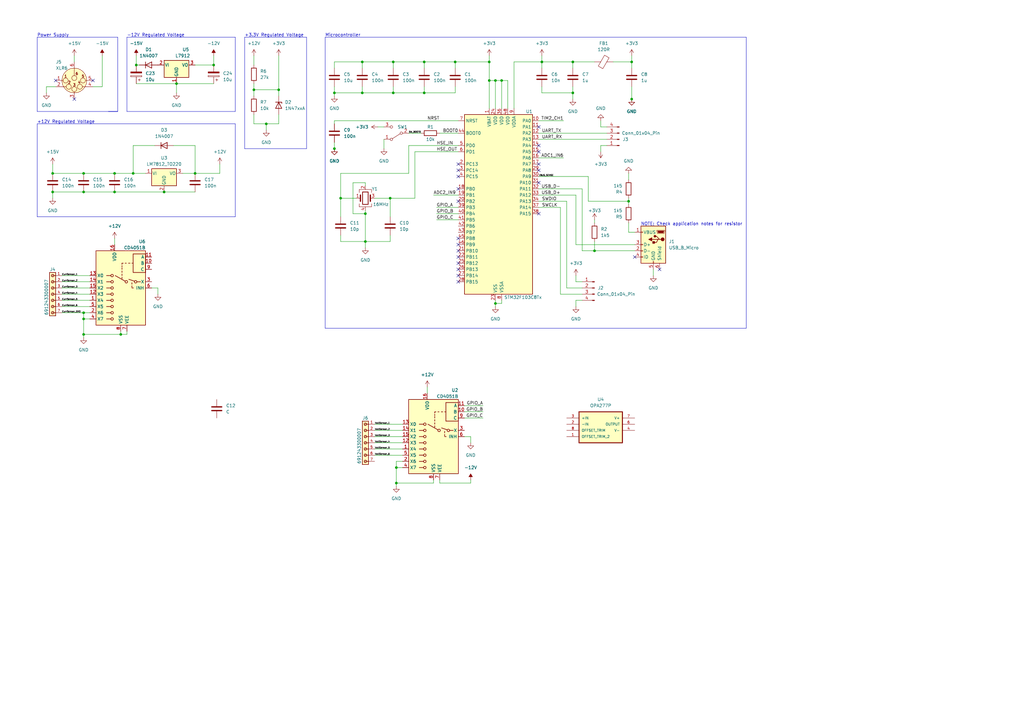
<source format=kicad_sch>
(kicad_sch (version 20230121) (generator eeschema)
  (paper "A3")
  (title_block (title "Senior Design") (date "2023-09-18") (company "Michael Mederos and Julio Barreto Tannoux"))
  (lib_symbols
    (symbol "691243300007:691243300007" (pin_names (offset 1.016))
      (property "Reference" "J" (at -9.96 -0.922 0))
      (property "Value" "691243300007" (at -9.91 -2.58 0))
      (symbol "691243300007_0_0"
        (pin passive line (at -7.62 -5.08 90) (length 2.54) (name "~") (number "1"))
        (pin passive line (at -5.08 -5.08 90) (length 2.54) (name "~") (number "2"))
        (pin passive line (at -2.54 -5.08 90) (length 2.54) (name "~") (number "3"))
        (pin passive line (at 0 -5.08 90) (length 2.54) (name "~") (number "4"))
        (pin passive line (at 2.54 -5.08 90) (length 2.54) (name "~") (number "5"))
        (pin passive line (at 5.08 -5.08 90) (length 2.54) (name "~") (number "6"))
        (pin passive line (at 7.62 -5.08 90) (length 2.54) (name "~") (number "7"))
      )
    )
    (symbol "Analog_Switch:CD4051B"
      (property "Reference" "U" (at -10.16 16.51 0))
      (property "Value" "CD4051B" (at 3.81 16.51 0))
      (symbol "CD4051B_1_1"
        (pin bidirectional line (at 12.7 -5.08 180) (length 2.54) (name "X4") (number "1"))
        (pin input line (at -12.7 10.16 0) (length 2.54) (name "B") (number "10"))
        (pin input line (at -12.7 12.7 0) (length 2.54) (name "A") (number "11"))
        (pin bidirectional line (at 12.7 -2.54 180) (length 2.54) (name "X3") (number "12"))
        (pin bidirectional line (at 12.7 5.08 180) (length 2.54) (name "X0") (number "13"))
        (pin bidirectional line (at 12.7 2.54 180) (length 2.54) (name "X1") (number "14"))
        (pin bidirectional line (at 12.7 0 180) (length 2.54) (name "X2") (number "15"))
        (pin power_in line (at 2.54 17.78 270) (length 2.54) (name "VDD") (number "16"))
        (pin bidirectional line (at 12.7 -10.16 180) (length 2.54) (name "X6") (number "2"))
        (pin bidirectional line (at -12.7 2.54 0) (length 2.54) (name "X") (number "3"))
        (pin bidirectional line (at 12.7 -12.7 180) (length 2.54) (name "X7") (number "4"))
        (pin bidirectional line (at 12.7 -7.62 180) (length 2.54) (name "X5") (number "5"))
        (pin input line (at -12.7 0 0) (length 2.54) (name "INH") (number "6"))
        (pin power_in line (at -2.54 -17.78 90) (length 2.54) (name "VEE") (number "7"))
        (pin power_in line (at 0 -17.78 90) (length 2.54) (name "VSS") (number "8"))
        (pin input line (at -12.7 7.62 0) (length 2.54) (name "C") (number "9"))
      )
    )
    (symbol "Connector:Conn_01x04_Pin" (pin_names (offset 1.016) hide)
      (property "Reference" "J" (at 0 5.08 0))
      (property "Value" "Conn_01x04_Pin" (at 0 -7.62 0))
      (symbol "Conn_01x04_Pin_1_1"
        (pin passive line (at 5.08 2.54 180) (length 3.81) (name "Pin_1") (number "1"))
        (pin passive line (at 5.08 0 180) (length 3.81) (name "Pin_2") (number "2"))
        (pin passive line (at 5.08 -2.54 180) (length 3.81) (name "Pin_3") (number "3"))
        (pin passive line (at 5.08 -5.08 180) (length 3.81) (name "Pin_4") (number "4"))
      )
    )
    (symbol "Connector:USB_B_Micro" (pin_names (offset 1.016))
      (property "Reference" "J" (at -5.08 11.43 0))
      (property "Value" "USB_B_Micro" (at -5.08 8.89 0))
      (symbol "USB_B_Micro_1_1"
        (pin power_out line (at 7.62 5.08 180) (length 2.54) (name "VBUS") (number "1"))
        (pin bidirectional line (at 7.62 -2.54 180) (length 2.54) (name "D-") (number "2"))
        (pin bidirectional line (at 7.62 0 180) (length 2.54) (name "D+") (number "3"))
        (pin passive line (at 7.62 -5.08 180) (length 2.54) (name "ID") (number "4"))
        (pin power_out line (at 0 -10.16 90) (length 2.54) (name "GND") (number "5"))
        (pin passive line (at -2.54 -10.16 90) (length 2.54) (name "Shield") (number "6"))
      )
    )
    (symbol "Connector_Audio:XLR6" (pin_names hide)
      (property "Reference" "J" (at 2.54 6.35 0))
      (property "Value" "XLR6" (at 5.08 -6.096 0))
      (symbol "XLR6_0_1"
        (text "1" (at -3.556 1.778 0) (effects (font (size 1.016 1.016) bold)))
        (text "2" (at -2.032 -0.762 0) (effects (font (size 1.016 1.016) bold)))
        (text "3" (at 0 -1.778 0) (effects (font (size 1.016 1.016) bold)))
        (text "4" (at 2.032 -0.762 0) (effects (font (size 1.016 1.016) bold)))
        (text "5" (at 3.556 1.778 0) (effects (font (size 1.016 1.016) bold)))
        (text "6" (at 1.016 2.794 0) (effects (font (size 1.016 1.016) bold)))
      )
      (symbol "XLR6_1_1"
        (pin passive line (at -7.62 0 0) (length 2.54) (name "P1") (number "1"))
        (pin passive line (at -7.62 -2.54 0) (length 2.54) (name "P2") (number "2"))
        (pin passive line (at 0 -7.62 90) (length 2.54) (name "P3") (number "3"))
        (pin passive line (at 7.62 -2.54 180) (length 2.54) (name "P3") (number "4"))
        (pin passive line (at 7.62 0 180) (length 2.54) (name "P5") (number "5"))
        (pin passive line (at 0 7.62 270) (length 2.54) (name "P6") (number "6"))
      )
    )
    (symbol "Device:C" (pin_numbers hide) (pin_names (offset 0.254))
      (property "Reference" "C" (at 0.635 2.54 0))
      (property "Value" "C" (at 0.635 -2.54 0))
      (symbol "C_1_1"
        (pin passive line (at 0 3.81 270) (length 2.794) (name "~") (number "1"))
        (pin passive line (at 0 -3.81 90) (length 2.794) (name "~") (number "2"))
      )
    )
    (symbol "Device:C_Polarized" (pin_numbers hide) (pin_names (offset 0.254))
      (property "Reference" "C" (at 0.635 2.54 0))
      (property "Value" "C_Polarized" (at 0.635 -2.54 0))
      (symbol "C_Polarized_1_1"
        (pin passive line (at 0 3.81 270) (length 2.794) (name "~") (number "1"))
        (pin passive line (at 0 -3.81 90) (length 2.794) (name "~") (number "2"))
      )
    )
    (symbol "Device:Crystal_GND24" (pin_names (offset 1.016) hide)
      (property "Reference" "Y" (at 3.175 5.08 0))
      (property "Value" "Crystal_GND24" (at 3.175 3.175 0))
      (symbol "Crystal_GND24_1_1"
        (pin passive line (at -3.81 0 0) (length 1.27) (name "1") (number "1"))
        (pin passive line (at 0 5.08 270) (length 1.27) (name "2") (number "2"))
        (pin passive line (at 3.81 0 180) (length 1.27) (name "3") (number "3"))
        (pin passive line (at 0 -5.08 90) (length 1.27) (name "4") (number "4"))
      )
    )
    (symbol "Device:FerriteBead" (pin_numbers hide) (pin_names (offset 0))
      (property "Reference" "FB" (at -3.81 0.635 90))
      (property "Value" "FerriteBead" (at 3.81 0 90))
      (symbol "FerriteBead_1_1"
        (pin passive line (at 0 3.81 270) (length 2.54) (name "~") (number "1"))
        (pin passive line (at 0 -3.81 90) (length 2.54) (name "~") (number "2"))
      )
    )
    (symbol "Device:R" (pin_numbers hide) (pin_names (offset 0))
      (property "Reference" "R" (at 2.032 0 90))
      (property "Value" "R" (at 0 0 90))
      (symbol "R_1_1"
        (pin passive line (at 0 3.81 270) (length 1.27) (name "~") (number "1"))
        (pin passive line (at 0 -3.81 90) (length 1.27) (name "~") (number "2"))
      )
    )
    (symbol "Diode:1N4007" (pin_numbers hide) (pin_names hide)
      (property "Reference" "D" (at 0 2.54 0))
      (property "Value" "1N4007" (at 0 -2.54 0))
      (symbol "1N4007_1_1"
        (pin passive line (at -3.81 0 0) (length 2.54) (name "K") (number "1"))
        (pin passive line (at 3.81 0 180) (length 2.54) (name "A") (number "2"))
      )
    )
    (symbol "Diode:1N47xxA" (pin_numbers hide) (pin_names hide)
      (property "Reference" "D" (at 0 2.54 0))
      (property "Value" "1N47xxA" (at 0 -2.54 0))
      (symbol "1N47xxA_1_1"
        (pin passive line (at -3.81 0 0) (length 2.54) (name "K") (number "1"))
        (pin passive line (at 3.81 0 180) (length 2.54) (name "A") (number "2"))
      )
    )
    (symbol "MCU_ST_STM32F1:STM32F103C8Tx"
      (property "Reference" "U" (at -12.7 39.37 0))
      (property "Value" "STM32F103C8Tx" (at 10.16 39.37 0))
      (symbol "STM32F103C8Tx_1_1"
        (pin power_in line (at -2.54 40.64 270) (length 2.54) (name "VBAT") (number "1"))
        (pin bidirectional line (at 17.78 35.56 180) (length 2.54) (name "PA0") (number "10"))
        (pin bidirectional line (at 17.78 33.02 180) (length 2.54) (name "PA1") (number "11"))
        (pin bidirectional line (at 17.78 30.48 180) (length 2.54) (name "PA2") (number "12"))
        (pin bidirectional line (at 17.78 27.94 180) (length 2.54) (name "PA3") (number "13"))
        (pin bidirectional line (at 17.78 25.4 180) (length 2.54) (name "PA4") (number "14"))
        (pin bidirectional line (at 17.78 22.86 180) (length 2.54) (name "PA5") (number "15"))
        (pin bidirectional line (at 17.78 20.32 180) (length 2.54) (name "PA6") (number "16"))
        (pin bidirectional line (at 17.78 17.78 180) (length 2.54) (name "PA7") (number "17"))
        (pin bidirectional line (at -15.24 7.62 0) (length 2.54) (name "PB0") (number "18"))
        (pin bidirectional line (at -15.24 5.08 0) (length 2.54) (name "PB1") (number "19"))
        (pin bidirectional line (at -15.24 17.78 0) (length 2.54) (name "PC13") (number "2"))
        (pin bidirectional line (at -15.24 2.54 0) (length 2.54) (name "PB2") (number "20"))
        (pin bidirectional line (at -15.24 -17.78 0) (length 2.54) (name "PB10") (number "21"))
        (pin bidirectional line (at -15.24 -20.32 0) (length 2.54) (name "PB11") (number "22"))
        (pin power_in line (at 0 -38.1 90) (length 2.54) (name "VSS") (number "23"))
        (pin power_in line (at 0 40.64 270) (length 2.54) (name "VDD") (number "24"))
        (pin bidirectional line (at -15.24 -22.86 0) (length 2.54) (name "PB12") (number "25"))
        (pin bidirectional line (at -15.24 -25.4 0) (length 2.54) (name "PB13") (number "26"))
        (pin bidirectional line (at -15.24 -27.94 0) (length 2.54) (name "PB14") (number "27"))
        (pin bidirectional line (at -15.24 -30.48 0) (length 2.54) (name "PB15") (number "28"))
        (pin bidirectional line (at 17.78 15.24 180) (length 2.54) (name "PA8") (number "29"))
        (pin bidirectional line (at -15.24 15.24 0) (length 2.54) (name "PC14") (number "3"))
        (pin bidirectional line (at 17.78 12.7 180) (length 2.54) (name "PA9") (number "30"))
        (pin bidirectional line (at 17.78 10.16 180) (length 2.54) (name "PA10") (number "31"))
        (pin bidirectional line (at 17.78 7.62 180) (length 2.54) (name "PA11") (number "32"))
        (pin bidirectional line (at 17.78 5.08 180) (length 2.54) (name "PA12") (number "33"))
        (pin bidirectional line (at 17.78 2.54 180) (length 2.54) (name "PA13") (number "34"))
        (pin passive line (at 0 -38.1 90) (length 2.54) hide (name "VSS") (number "35"))
        (pin power_in line (at 2.54 40.64 270) (length 2.54) (name "VDD") (number "36"))
        (pin bidirectional line (at 17.78 0 180) (length 2.54) (name "PA14") (number "37"))
        (pin bidirectional line (at 17.78 -2.54 180) (length 2.54) (name "PA15") (number "38"))
        (pin bidirectional line (at -15.24 0 0) (length 2.54) (name "PB3") (number "39"))
        (pin bidirectional line (at -15.24 12.7 0) (length 2.54) (name "PC15") (number "4"))
        (pin bidirectional line (at -15.24 -2.54 0) (length 2.54) (name "PB4") (number "40"))
        (pin bidirectional line (at -15.24 -5.08 0) (length 2.54) (name "PB5") (number "41"))
        (pin bidirectional line (at -15.24 -7.62 0) (length 2.54) (name "PB6") (number "42"))
        (pin bidirectional line (at -15.24 -10.16 0) (length 2.54) (name "PB7") (number "43"))
        (pin input line (at -15.24 30.48 0) (length 2.54) (name "BOOT0") (number "44"))
        (pin bidirectional line (at -15.24 -12.7 0) (length 2.54) (name "PB8") (number "45"))
        (pin bidirectional line (at -15.24 -15.24 0) (length 2.54) (name "PB9") (number "46"))
        (pin passive line (at 0 -38.1 90) (length 2.54) hide (name "VSS") (number "47"))
        (pin power_in line (at 5.08 40.64 270) (length 2.54) (name "VDD") (number "48"))
        (pin bidirectional line (at -15.24 25.4 0) (length 2.54) (name "PD0") (number "5"))
        (pin bidirectional line (at -15.24 22.86 0) (length 2.54) (name "PD1") (number "6"))
        (pin input line (at -15.24 35.56 0) (length 2.54) (name "NRST") (number "7"))
        (pin power_in line (at 2.54 -38.1 90) (length 2.54) (name "VSSA") (number "8"))
        (pin power_in line (at 7.62 40.64 270) (length 2.54) (name "VDDA") (number "9"))
      )
    )
    (symbol "OPA277P:OPA277P" (pin_names (offset 1.016))
      (property "Reference" "U" (at -17.78 16.24 0))
      (property "Value" "OPA277P" (at -8.89 16.51 0))
      (symbol "OPA277P_0_0"
        (pin bidirectional line (at -22.86 5.08 0) (length 5.08) (name "OFFSET_TRIM_2") (number "1"))
        (pin input line (at -22.86 10.16 0) (length 5.08) (name "-IN") (number "2"))
        (pin input line (at -22.86 12.7 0) (length 5.08) (name "+IN") (number "3"))
        (pin power_in line (at 5.08 7.62 180) (length 5.08) (name "V-") (number "4"))
        (pin output line (at 5.08 10.16 180) (length 5.08) (name "OUTPUT") (number "6"))
        (pin power_in line (at 5.08 12.7 180) (length 5.08) (name "V+") (number "7"))
        (pin bidirectional line (at -22.86 7.62 0) (length 5.08) (name "OFFSET_TRIM") (number "8"))
      )
    )
    (symbol "Regulator_Linear:L7912" (pin_names (offset 0.254))
      (property "Reference" "U" (at -3.81 -3.175 0))
      (property "Value" "L7912" (at 0 -3.175 0))
      (symbol "L7912_1_1"
        (pin power_in line (at 0 7.62 270) (length 2.54) (name "GND") (number "1"))
        (pin power_in line (at -7.62 0 0) (length 2.54) (name "VI") (number "2"))
        (pin power_out line (at 7.62 0 180) (length 2.54) (name "VO") (number "3"))
      )
    )
    (symbol "Regulator_Linear:LM7812_TO220" (pin_names (offset 0.254))
      (property "Reference" "U" (at -3.81 3.175 0))
      (property "Value" "LM7812_TO220" (at 0 3.175 0))
      (symbol "LM7812_TO220_1_1"
        (pin power_in line (at -7.62 0 0) (length 2.54) (name "VI") (number "1"))
        (pin power_in line (at 0 -7.62 90) (length 2.54) (name "GND") (number "2"))
        (pin power_out line (at 7.62 0 180) (length 2.54) (name "VO") (number "3"))
      )
    )
    (symbol "Switch:SW_SPDT" (pin_names (offset 0) hide)
      (property "Reference" "SW" (at 0 4.318 0))
      (property "Value" "SW_SPDT" (at 0 -5.08 0))
      (symbol "SW_SPDT_1_1"
        (pin passive line (at 5.08 2.54 180) (length 2.54) (name "A") (number "1"))
        (pin passive line (at -5.08 0 0) (length 2.54) (name "B") (number "2"))
        (pin passive line (at 5.08 -2.54 180) (length 2.54) (name "C") (number "3"))
      )
    )
    (symbol "power:+12V" (power) (pin_names (offset 0))
      (property "Value" "+12V" (at 0 3.556 0))
      (symbol "+12V_1_1"
        (pin power_in line (at 0 0 90) (length 0) hide (name "+12V") (number "1"))
      )
    )
    (symbol "power:+15V" (power) (pin_names (offset 0))
      (property "Value" "+15V" (at 0 3.556 0))
      (symbol "+15V_1_1"
        (pin power_in line (at 0 0 90) (length 0) hide (name "+15V") (number "1"))
      )
    )
    (symbol "power:+3V3" (power) (pin_names (offset 0))
      (property "Value" "+3V3" (at 0 3.556 0))
      (symbol "+3V3_1_1"
        (pin power_in line (at 0 0 90) (length 0) hide (name "+3V3") (number "1"))
      )
    )
    (symbol "power:-12V" (power) (pin_names (offset 0))
      (property "Value" "-12V" (at 0 3.81 0))
      (symbol "-12V_0_0"
        (pin power_in line (at 0 0 90) (length 0) hide (name "-12V") (number "1"))
      )
    )
    (symbol "power:-15V" (power) (pin_names (offset 0))
      (property "Value" "-15V" (at 0 3.81 0))
      (symbol "-15V_0_0"
        (pin power_in line (at 0 0 90) (length 0) hide (name "-15V") (number "1"))
      )
    )
    (symbol "power:GND" (power) (pin_names (offset 0))
      (property "Value" "GND" (at 0 -3.81 0))
      (symbol "GND_1_1"
        (pin power_in line (at 0 0 270) (length 0) hide (name "GND") (number "1"))
      )
    )
  )
  (junction (at 161.29 38.1))
  (junction (at 34.29 137.16))
  (junction (at 173.99 38.1))
  (junction (at 72.39 34.29))
  (junction (at 80.01 71.12))
  (junction (at 162.56 191.77))
  (junction (at 55.88 26.67))
  (junction (at 104.14 36.83))
  (junction (at 203.2 33.02))
  (junction (at 21.59 71.12))
  (junction (at 46.99 78.74))
  (junction (at 257.81 82.55))
  (junction (at 203.2 124.46))
  (junction (at 139.7 81.28))
  (junction (at 34.29 128.27))
  (junction (at 67.31 78.74))
  (junction (at 34.29 130.81))
  (junction (at 114.3 36.83))
  (junction (at 259.08 25.4))
  (junction (at 243.84 102.87))
  (junction (at 173.99 25.4))
  (junction (at 46.99 71.12))
  (junction (at 54.61 71.12))
  (junction (at 160.02 81.28))
  (junction (at 186.69 25.4))
  (junction (at 34.29 78.74))
  (junction (at 149.86 87.63))
  (junction (at 49.53 137.16))
  (junction (at 148.59 38.1))
  (junction (at 222.25 25.4))
  (junction (at 259.08 40.64))
  (junction (at 87.63 26.67))
  (junction (at 34.29 71.12))
  (junction (at 149.86 99.06))
  (junction (at 137.16 38.1))
  (junction (at 161.29 25.4))
  (junction (at 205.74 33.02))
  (junction (at 109.22 50.8))
  (junction (at 200.66 25.4))
  (junction (at 200.66 33.02))
  (junction (at 137.16 60.96))
  (junction (at 162.56 198.12))
  (junction (at 234.95 25.4))
  (junction (at 148.59 25.4))
  (junction (at 234.95 38.1))
  (junction (at 21.59 78.74))
  (no_connect (at 220.98 69.85))
  (no_connect (at 30.48 40.64))
  (no_connect (at 187.96 115.57))
  (no_connect (at 187.96 105.41))
  (no_connect (at 260.35 105.41))
  (no_connect (at 38.1 33.02))
  (no_connect (at 220.98 52.07))
  (no_connect (at 220.98 59.69))
  (no_connect (at 220.98 74.93))
  (no_connect (at 187.96 67.31))
  (no_connect (at 220.98 67.31))
  (no_connect (at 187.96 82.55))
  (no_connect (at 187.96 107.95))
  (no_connect (at 187.96 100.33))
  (no_connect (at 270.51 110.49))
  (no_connect (at 220.98 62.23))
  (no_connect (at 187.96 110.49))
  (no_connect (at 22.86 33.02))
  (no_connect (at 187.96 72.39))
  (no_connect (at 187.96 102.87))
  (no_connect (at 187.96 77.47))
  (no_connect (at 187.96 69.85))
  (no_connect (at 220.98 87.63))
  (no_connect (at 187.96 113.03))
  (no_connect (at 187.96 97.79))
  (wire (pts (xy 55.88 26.67) (xy 57.15 26.67)))
  (wire (pts (xy 160.02 81.28) (xy 170.18 81.28)))
  (wire (pts (xy 25.4 128.27) (xy 34.29 128.27)))
  (wire (pts (xy 55.88 34.29) (xy 72.39 34.29)))
  (wire (pts (xy 248.92 52.07) (xy 246.38 52.07)))
  (wire (pts (xy 162.56 198.12) (xy 162.56 199.39)))
  (wire (pts (xy 238.76 77.47) (xy 238.76 102.87)))
  (wire (pts (xy 153.67 179.07) (xy 165.1 179.07)))
  (wire (pts (xy 170.18 81.28) (xy 170.18 62.23)))
  (wire (pts (xy 153.67 186.69) (xy 165.1 186.69)))
  (wire (pts (xy 234.95 38.1) (xy 234.95 40.64)))
  (wire (pts (xy 67.31 78.74) (xy 80.01 78.74)))
  (wire (pts (xy 180.34 198.12) (xy 193.04 198.12)))
  (wire (pts (xy 21.59 78.74) (xy 34.29 78.74)))
  (wire (pts (xy 161.29 25.4) (xy 173.99 25.4)))
  (polyline (pts (xy 15.24 50.8) (xy 96.52 50.8)))
  (wire (pts (xy 144.78 87.63) (xy 144.78 74.93)))
  (wire (pts (xy 21.59 71.12) (xy 34.29 71.12)))
  (wire (pts (xy 149.86 101.6) (xy 149.86 99.06)))
  (polyline (pts (xy 52.07 15.24) (xy 52.07 45.72)))
  (wire (pts (xy 34.29 78.74) (xy 46.99 78.74)))
  (wire (pts (xy 72.39 34.29) (xy 87.63 34.29)))
  (wire (pts (xy 46.99 97.79) (xy 46.99 100.33)))
  (wire (pts (xy 49.53 137.16) (xy 52.07 137.16)))
  (wire (pts (xy 236.22 100.33) (xy 260.35 100.33)))
  (wire (pts (xy 34.29 71.12) (xy 46.99 71.12)))
  (wire (pts (xy 137.16 27.94) (xy 137.16 25.4)))
  (wire (pts (xy 148.59 38.1) (xy 137.16 38.1)))
  (wire (pts (xy 179.07 90.17) (xy 187.96 90.17)))
  (wire (pts (xy 137.16 49.53) (xy 137.16 50.8)))
  (polyline (pts (xy 125.73 60.96) (xy 125.73 15.24)))
  (wire (pts (xy 222.25 22.86) (xy 222.25 25.4)))
  (wire (pts (xy 177.8 198.12) (xy 177.8 196.85)))
  (wire (pts (xy 220.98 49.53) (xy 231.14 49.53)))
  (wire (pts (xy 21.59 67.31) (xy 21.59 71.12)))
  (wire (pts (xy 208.28 33.02) (xy 205.74 33.02)))
  (wire (pts (xy 173.99 35.56) (xy 173.99 38.1)))
  (wire (pts (xy 80.01 59.69) (xy 80.01 71.12)))
  (wire (pts (xy 251.46 25.4) (xy 259.08 25.4)))
  (wire (pts (xy 153.67 173.99) (xy 165.1 173.99)))
  (wire (pts (xy 170.18 62.23) (xy 187.96 62.23)))
  (wire (pts (xy 41.91 35.56) (xy 41.91 22.86)))
  (wire (pts (xy 38.1 35.56) (xy 41.91 35.56)))
  (wire (pts (xy 203.2 124.46) (xy 203.2 125.73)))
  (wire (pts (xy 241.3 72.39) (xy 241.3 82.55)))
  (wire (pts (xy 203.2 123.19) (xy 203.2 124.46)))
  (wire (pts (xy 220.98 80.01) (xy 236.22 80.01)))
  (wire (pts (xy 80.01 26.67) (xy 87.63 26.67)))
  (wire (pts (xy 238.76 77.47) (xy 220.98 77.47)))
  (wire (pts (xy 257.81 91.44) (xy 257.81 95.25)))
  (wire (pts (xy 179.07 87.63) (xy 187.96 87.63)))
  (wire (pts (xy 200.66 22.86) (xy 200.66 25.4)))
  (wire (pts (xy 234.95 27.94) (xy 234.95 25.4)))
  (polyline (pts (xy 133.35 134.62) (xy 306.07 134.62)))
  (wire (pts (xy 257.81 81.28) (xy 257.81 82.55)))
  (wire (pts (xy 260.35 95.25) (xy 257.81 95.25)))
  (wire (pts (xy 74.93 71.12) (xy 80.01 71.12)))
  (wire (pts (xy 234.95 25.4) (xy 243.84 25.4)))
  (wire (pts (xy 34.29 137.16) (xy 34.29 138.43)))
  (wire (pts (xy 25.4 120.65) (xy 36.83 120.65)))
  (wire (pts (xy 238.76 102.87) (xy 243.84 102.87)))
  (wire (pts (xy 165.1 189.23) (xy 162.56 189.23)))
  (polyline (pts (xy 15.24 45.72) (xy 48.26 45.72)))
  (wire (pts (xy 137.16 58.42) (xy 137.16 60.96)))
  (wire (pts (xy 104.14 34.29) (xy 104.14 36.83)))
  (wire (pts (xy 193.04 179.07) (xy 193.04 181.61)))
  (wire (pts (xy 210.82 25.4) (xy 210.82 44.45)))
  (polyline (pts (xy 48.26 15.24) (xy 15.24 15.24)))
  (wire (pts (xy 25.4 115.57) (xy 36.83 115.57)))
  (wire (pts (xy 114.3 36.83) (xy 114.3 39.37)))
  (wire (pts (xy 149.86 74.93) (xy 149.86 76.2)))
  (wire (pts (xy 222.25 35.56) (xy 222.25 38.1)))
  (wire (pts (xy 149.86 87.63) (xy 144.78 87.63)))
  (wire (pts (xy 180.34 198.12) (xy 180.34 196.85)))
  (wire (pts (xy 139.7 81.28) (xy 139.7 71.12)))
  (wire (pts (xy 236.22 113.03) (xy 236.22 115.57)))
  (wire (pts (xy 109.22 50.8) (xy 114.3 50.8)))
  (wire (pts (xy 234.95 38.1) (xy 234.95 35.56)))
  (wire (pts (xy 205.74 123.19) (xy 205.74 124.46)))
  (wire (pts (xy 173.99 25.4) (xy 186.69 25.4)))
  (wire (pts (xy 153.67 81.28) (xy 160.02 81.28)))
  (wire (pts (xy 46.99 78.74) (xy 67.31 78.74)))
  (wire (pts (xy 114.3 46.99) (xy 114.3 50.8)))
  (wire (pts (xy 179.07 85.09) (xy 187.96 85.09)))
  (wire (pts (xy 257.81 82.55) (xy 257.81 83.82)))
  (wire (pts (xy 63.5 59.69) (xy 54.61 59.69)))
  (wire (pts (xy 246.38 52.07) (xy 246.38 49.53)))
  (wire (pts (xy 144.78 74.93) (xy 149.86 74.93)))
  (wire (pts (xy 190.5 179.07) (xy 193.04 179.07)))
  (wire (pts (xy 246.38 59.69) (xy 248.92 59.69)))
  (wire (pts (xy 162.56 191.77) (xy 162.56 198.12)))
  (wire (pts (xy 137.16 38.1) (xy 137.16 35.56)))
  (wire (pts (xy 165.1 191.77) (xy 162.56 191.77)))
  (wire (pts (xy 161.29 35.56) (xy 161.29 38.1)))
  (wire (pts (xy 208.28 33.02) (xy 208.28 44.45)))
  (wire (pts (xy 234.95 25.4) (xy 222.25 25.4)))
  (wire (pts (xy 137.16 25.4) (xy 148.59 25.4)))
  (wire (pts (xy 19.05 35.56) (xy 19.05 38.1)))
  (wire (pts (xy 220.98 64.77) (xy 231.14 64.77)))
  (polyline (pts (xy 52.07 45.72) (xy 96.52 45.72)))
  (polyline (pts (xy 44.45 45.72) (xy 48.26 45.72)))
  (wire (pts (xy 146.05 81.28) (xy 139.7 81.28)))
  (wire (pts (xy 200.66 33.02) (xy 200.66 44.45)))
  (wire (pts (xy 25.4 113.03) (xy 36.83 113.03)))
  (wire (pts (xy 161.29 38.1) (xy 148.59 38.1)))
  (wire (pts (xy 167.64 71.12) (xy 167.64 59.69)))
  (wire (pts (xy 52.07 137.16) (xy 52.07 135.89)))
  (wire (pts (xy 64.77 118.11) (xy 64.77 120.65)))
  (wire (pts (xy 220.98 85.09) (xy 229.87 85.09)))
  (wire (pts (xy 34.29 130.81) (xy 34.29 137.16)))
  (wire (pts (xy 198.12 166.37) (xy 190.5 166.37)))
  (wire (pts (xy 62.23 118.11) (xy 64.77 118.11)))
  (wire (pts (xy 229.87 120.65) (xy 229.87 85.09)))
  (wire (pts (xy 54.61 71.12) (xy 59.69 71.12)))
  (wire (pts (xy 55.88 22.86) (xy 55.88 26.67)))
  (wire (pts (xy 161.29 25.4) (xy 161.29 27.94)))
  (polyline (pts (xy 48.26 15.24) (xy 48.26 45.72)))
  (wire (pts (xy 139.7 99.06) (xy 139.7 96.52)))
  (wire (pts (xy 148.59 25.4) (xy 148.59 27.94)))
  (wire (pts (xy 80.01 71.12) (xy 90.17 71.12)))
  (wire (pts (xy 186.69 25.4) (xy 200.66 25.4)))
  (wire (pts (xy 241.3 82.55) (xy 257.81 82.55)))
  (wire (pts (xy 104.14 22.86) (xy 104.14 26.67)))
  (wire (pts (xy 198.12 171.45) (xy 190.5 171.45)))
  (wire (pts (xy 205.74 124.46) (xy 203.2 124.46)))
  (wire (pts (xy 149.86 99.06) (xy 139.7 99.06)))
  (wire (pts (xy 220.98 82.55) (xy 232.41 82.55)))
  (wire (pts (xy 87.63 22.86) (xy 87.63 26.67)))
  (wire (pts (xy 205.74 33.02) (xy 203.2 33.02)))
  (wire (pts (xy 153.67 184.15) (xy 165.1 184.15)))
  (wire (pts (xy 220.98 57.15) (xy 248.92 57.15)))
  (wire (pts (xy 149.86 86.36) (xy 149.86 87.63)))
  (wire (pts (xy 71.12 59.69) (xy 80.01 59.69)))
  (wire (pts (xy 139.7 71.12) (xy 167.64 71.12)))
  (wire (pts (xy 160.02 81.28) (xy 160.02 88.9)))
  (wire (pts (xy 90.17 71.12) (xy 90.17 67.31)))
  (wire (pts (xy 200.66 25.4) (xy 200.66 33.02)))
  (wire (pts (xy 232.41 118.11) (xy 232.41 82.55)))
  (wire (pts (xy 36.83 130.81) (xy 34.29 130.81)))
  (wire (pts (xy 148.59 25.4) (xy 161.29 25.4)))
  (wire (pts (xy 22.86 35.56) (xy 19.05 35.56)))
  (wire (pts (xy 167.64 54.61) (xy 172.72 54.61)))
  (wire (pts (xy 205.74 33.02) (xy 205.74 44.45)))
  (wire (pts (xy 137.16 39.37) (xy 137.16 38.1)))
  (wire (pts (xy 30.48 22.86) (xy 30.48 25.4)))
  (wire (pts (xy 193.04 198.12) (xy 193.04 196.85)))
  (wire (pts (xy 238.76 118.11) (xy 232.41 118.11)))
  (wire (pts (xy 177.8 80.01) (xy 187.96 80.01)))
  (polyline (pts (xy 52.07 15.24) (xy 96.52 15.24)))
  (wire (pts (xy 104.14 36.83) (xy 114.3 36.83)))
  (wire (pts (xy 109.22 50.8) (xy 109.22 53.34)))
  (wire (pts (xy 154.94 52.07) (xy 157.48 52.07)))
  (wire (pts (xy 186.69 35.56) (xy 186.69 38.1)))
  (wire (pts (xy 267.97 110.49) (xy 267.97 113.03)))
  (polyline (pts (xy 133.35 15.24) (xy 306.07 15.24)))
  (polyline (pts (xy 133.35 15.24) (xy 133.35 134.62)))
  (wire (pts (xy 25.4 125.73) (xy 36.83 125.73)))
  (wire (pts (xy 220.98 72.39) (xy 241.3 72.39)))
  (polyline (pts (xy 15.24 50.8) (xy 15.24 88.9)))
  (wire (pts (xy 222.25 25.4) (xy 210.82 25.4)))
  (wire (pts (xy 238.76 123.19) (xy 236.22 123.19)))
  (wire (pts (xy 222.25 25.4) (xy 222.25 27.94)))
  (wire (pts (xy 36.83 128.27) (xy 34.29 128.27)))
  (wire (pts (xy 246.38 62.23) (xy 246.38 59.69)))
  (wire (pts (xy 160.02 96.52) (xy 160.02 99.06)))
  (wire (pts (xy 114.3 22.86) (xy 114.3 36.83)))
  (wire (pts (xy 149.86 99.06) (xy 160.02 99.06)))
  (wire (pts (xy 173.99 25.4) (xy 173.99 27.94)))
  (wire (pts (xy 21.59 78.74) (xy 21.59 81.28)))
  (wire (pts (xy 186.69 38.1) (xy 173.99 38.1)))
  (wire (pts (xy 173.99 38.1) (xy 161.29 38.1)))
  (wire (pts (xy 153.67 176.53) (xy 165.1 176.53)))
  (wire (pts (xy 104.14 46.99) (xy 104.14 50.8)))
  (wire (pts (xy 167.64 59.69) (xy 187.96 59.69)))
  (wire (pts (xy 34.29 128.27) (xy 34.29 130.81)))
  (wire (pts (xy 200.66 33.02) (xy 203.2 33.02)))
  (wire (pts (xy 104.14 50.8) (xy 109.22 50.8)))
  (wire (pts (xy 54.61 59.69) (xy 54.61 71.12)))
  (wire (pts (xy 49.53 137.16) (xy 49.53 135.89)))
  (wire (pts (xy 236.22 80.01) (xy 236.22 100.33)))
  (wire (pts (xy 259.08 22.86) (xy 259.08 25.4)))
  (polyline (pts (xy 100.33 15.24) (xy 125.73 15.24)))
  (wire (pts (xy 104.14 36.83) (xy 104.14 39.37)))
  (wire (pts (xy 236.22 123.19) (xy 236.22 125.73)))
  (wire (pts (xy 162.56 198.12) (xy 177.8 198.12)))
  (wire (pts (xy 25.4 118.11) (xy 36.83 118.11)))
  (wire (pts (xy 220.98 54.61) (xy 248.92 54.61)))
  (wire (pts (xy 238.76 120.65) (xy 229.87 120.65)))
  (wire (pts (xy 175.26 158.75) (xy 175.26 161.29)))
  (polyline (pts (xy 96.52 45.72) (xy 96.52 15.24)))
  (polyline (pts (xy 96.52 88.9) (xy 96.52 50.8)))
  (wire (pts (xy 236.22 115.57) (xy 238.76 115.57)))
  (wire (pts (xy 243.84 90.17) (xy 243.84 91.44)))
  (polyline (pts (xy 306.07 134.62) (xy 306.07 15.24)))
  (polyline (pts (xy 15.24 15.24) (xy 15.24 45.72)))
  (wire (pts (xy 180.34 54.61) (xy 187.96 54.61)))
  (wire (pts (xy 203.2 33.02) (xy 203.2 44.45)))
  (polyline (pts (xy 100.33 15.24) (xy 100.33 60.96)))
  (wire (pts (xy 198.12 168.91) (xy 190.5 168.91)))
  (wire (pts (xy 157.48 57.15) (xy 157.48 60.96)))
  (wire (pts (xy 162.56 189.23) (xy 162.56 191.77)))
  (wire (pts (xy 243.84 102.87) (xy 260.35 102.87)))
  (wire (pts (xy 149.86 87.63) (xy 149.86 99.06)))
  (wire (pts (xy 139.7 81.28) (xy 139.7 88.9)))
  (wire (pts (xy 259.08 25.4) (xy 259.08 27.94)))
  (wire (pts (xy 257.81 73.66) (xy 257.81 71.12)))
  (polyline (pts (xy 15.24 88.9) (xy 96.52 88.9)))
  (wire (pts (xy 153.67 181.61) (xy 165.1 181.61)))
  (wire (pts (xy 46.99 71.12) (xy 54.61 71.12)))
  (polyline (pts (xy 100.33 60.96) (xy 125.73 60.96)))
  (wire (pts (xy 72.39 34.29) (xy 72.39 38.1)))
  (wire (pts (xy 222.25 38.1) (xy 234.95 38.1)))
  (wire (pts (xy 25.4 123.19) (xy 36.83 123.19)))
  (wire (pts (xy 186.69 27.94) (xy 186.69 25.4)))
  (wire (pts (xy 34.29 137.16) (xy 49.53 137.16)))
  (wire (pts (xy 148.59 35.56) (xy 148.59 38.1)))
  (wire (pts (xy 243.84 99.06) (xy 243.84 102.87)))
  (wire (pts (xy 187.96 49.53) (xy 137.16 49.53)))
  (wire (pts (xy 259.08 35.56) (xy 259.08 40.64)))
  (text "Power Supply\n" (at 15.24 15.24 0) (effects (font (size 1.27 1.27)) (justify left bottom)))
  (text "-12V Regulated Voltage\n" (at 52.07 15.24 0) (effects (font (size 1.27 1.27)) (justify left bottom)))
  (text "Microcontroller" (at 133.35 15.24 0) (effects (font (size 1.27 1.27)) (justify left bottom)))
  (text "+3.3V Regulated Voltage\n" (at 100.33 15.24 0) (effects (font (size 1.27 1.27)) (justify left bottom)))
  (text "+12V Regulated Voltage" (at 15.24 50.8 0) (effects (font (size 1.27 1.27)) (justify left bottom)))
  (text "NOTE: Check application notes for resistor" (at 262.89 92.71 0) (effects (font (size 1.27 1.27)) (justify left bottom)))
  (label "SW_BOOT0" (at 167.64 54.61 0) (effects (font (size 0.63 0.63))))
  (label "HSE_OUT" (at 179.07 62.23 0))
  (label "SWDIO" (at 222.25 82.55 0))
  (label "USB_D+" (at 229.87 80.01 180))
  (label "CurrSensor_6" (at 25.4 125.73 0) (effects (font (size 0.63 0.63))))
  (label "VoltSensor_2" (at 153.67 176.53 0) (effects (font (size 0.63 0.63))))
  (label "GPIO_C" (at 179.07 90.17 0))
  (label "CurrSensor_1" (at 25.4 113.03 0) (effects (font (size 0.63 0.63))))
  (label "TIM2_CH1" (at 231.14 49.53 180))
  (label "VoltSensor_5" (at 153.67 184.15 0) (effects (font (size 0.63 0.63))))
  (label "GPIO_C" (at 198.12 171.45 180))
  (label "NRST" (at 175.26 49.53 0))
  (label "GPIO_A" (at 198.12 166.37 180))
  (label "BOOT0" (at 181.61 54.61 0))
  (label "CurrSensor_3" (at 25.4 118.11 0) (effects (font (size 0.63 0.63))))
  (label "CurrSensor_4" (at 25.4 120.65 0) (effects (font (size 0.63 0.63))))
  (label "CurrSensor_GND" (at 25.4 128.27 0) (effects (font (size 0.63 0.63))))
  (label "ADC2_IN9" (at 177.8 80.01 0))
  (label "ADC1_IN6" (at 231.14 64.77 180))
  (label "VoltSensor_6" (at 153.67 186.69 0) (effects (font (size 0.63 0.63))))
  (label "VoltSensor_3" (at 153.67 179.07 0) (effects (font (size 0.63 0.63))))
  (label "UART_TX" (at 222.25 54.61 0))
  (label "CurrSensor_5" (at 25.4 123.19 0) (effects (font (size 0.63 0.63))))
  (label "UART_RX" (at 222.25 57.15 0))
  (label "GPIO_B" (at 198.12 168.91 180))
  (label "VoltSensor_1" (at 153.67 173.99 0) (effects (font (size 0.63 0.63))))
  (label "USB_D-" (at 229.87 77.47 180))
  (label "GPIO_B" (at 179.07 87.63 0))
  (label "HSE_IN" (at 179.07 59.69 0))
  (label "SWCLK" (at 222.25 85.09 0))
  (label "GPIO_A" (at 179.07 85.09 0))
  (label "VBUS_SENSE" (at 220.98 72.39 0) (effects (font (size 0.63 0.63))))
  (label "VoltSensor_4" (at 153.67 181.61 0) (effects (font (size 0.63 0.63))))
  (label "CurrSensor_2" (at 25.4 115.57 0) (effects (font (size 0.63 0.63))))
  (symbol (lib_id "Diode:1N4007") (at 67.31 59.69 0) (unit 1)
    (property "Reference" "D3" (at 67.31 53.34 0))
    (property "Value" "1N4007" (at 67.31 55.88 0))
    (property "Footprint" "Diode_THT:D_DO-41_SOD81_P10.16mm_Horizontal" (effects hide))
    (property "Datasheet" "http://www.vishay.com/docs/88503/1n4001.pdf" (effects hide))
    (property "Sim.Device" "D" (effects hide))
    (property "Sim.Pins" "1=K 2=A" (effects hide))
  )
  (symbol (lib_id "Connector:Conn_01x04_Pin") (at 243.84 118.11 0) (mirror y) (unit 1)
    (property "Reference" "J2" (at 246.38 118.11 0))
    (property "Value" "Conn_01x04_Pin" (at 252.73 120.65 0))
  )
  (symbol (lib_id "power:GND") (at 137.16 60.96 0) (unit 1)
    (property "Reference" "#PWR08" (effects hide))
    (property "Value" "GND" (at 137.16 66.04 0))
  )
  (symbol (lib_id "Device:C") (at 137.16 54.61 0) (unit 1)
    (property "Reference" "C9" (at 140.97 53.34 0) (effects (justify left)))
    (property "Value" "100n" (at 140.97 55.88 0) (effects (justify left)))
  )
  (symbol (lib_id "power:GND") (at 267.97 113.03 0) (unit 1)
    (property "Reference" "#PWR014" (effects hide))
    (property "Value" "GND" (at 267.97 118.11 0))
  )
  (symbol (lib_id "power:GND") (at 162.56 199.39 0) (unit 1)
    (property "Reference" "#PWR019" (effects hide))
    (property "Value" "GND" (at 162.56 204.47 0))
  )
  (symbol (lib_id "power:+3V3") (at 246.38 62.23 0) (mirror x) (unit 1)
    (property "Reference" "#PWR022" (effects hide))
    (property "Value" "+3V3" (at 246.38 67.31 0))
  )
  (symbol (lib_id "Connector:USB_B_Micro") (at 267.97 100.33 0) (mirror y) (unit 1)
    (property "Reference" "J1" (at 274.32 99.06 0) (effects (justify right)))
    (property "Value" "USB_B_Micro" (at 274.32 101.6 0) (effects (justify right)))
  )
  (symbol (lib_id "Device:R") (at 176.53 54.61 90) (unit 1)
    (property "Reference" "R1" (at 176.53 52.07 90))
    (property "Value" "10k" (at 176.53 57.15 90))
  )
  (symbol (lib_id "power:+3V3") (at 114.3 22.86 0) (unit 1)
    (property "Reference" "#PWR038" (effects hide))
    (property "Value" "+3V3" (at 114.3 17.78 0))
  )
  (symbol (lib_id "Device:C_Polarized") (at 87.63 30.48 180) (unit 1)
    (property "Reference" "C24" (at 91.44 30.099 0) (effects (justify right)))
    (property "Value" "10u" (at 91.44 32.639 0) (effects (justify right)))
  )
  (symbol (lib_id "power:+12V") (at 90.17 67.31 0) (unit 1)
    (property "Reference" "#PWR024" (effects hide))
    (property "Value" "+12V" (at 90.17 62.23 0))
  )
  (symbol (lib_id "OPA277P:OPA277P") (at 255.27 184.15 0) (unit 1)
    (property "Reference" "U4" (at 246.38 163.83 0))
    (property "Value" "OPA277P" (at 246.38 166.37 0))
    (property "Footprint" "OPA277P:DIP794W45P254L959H508Q8" (effects hide))
    (property "MF" "Texas Instruments" (effects hide))
    (property "Description" "\nDual, 36-V, 10&micro;V offset, 0.1&micro;V/˚C drift, bipolar, operational amplifier\n" (effects hide))
    (property "Package" "PDIP-8 Texas" (effects hide))
    (property "Price" "None" (effects hide))
    (property "SnapEDA_Link" "https://www.snapeda.com/parts/OPA277P/Texas+Instruments/view-part/?ref=snap" (effects hide))
    (property "MP" "OPA277P" (effects hide))
    (property "Purchase-URL" "https://www.snapeda.com/api/url_track_click_mouser/?unipart_id=1237537&manufacturer=Texas Instruments&part_name=OPA277P&search_term=opa277" (effects hide))
    (property "Availability" "In Stock" (effects hide))
    (property "Check_prices" "https://www.snapeda.com/parts/OPA277P/Texas+Instruments/view-part/?ref=eda" (effects hide))
  )
  (symbol (lib_id "power:-12V") (at 193.04 196.85 0) (unit 1)
    (property "Reference" "#PWR027" (effects hide))
    (property "Value" "-12V" (at 193.04 191.77 0))
  )
  (symbol (lib_id "power:+3V3") (at 259.08 22.86 0) (unit 1)
    (property "Reference" "#PWR05" (effects hide))
    (property "Value" "+3V3" (at 259.08 17.78 0))
  )
  (symbol (lib_id "Connector:Conn_01x04_Pin") (at 254 57.15 180) (unit 1)
    (property "Reference" "J3" (at 256.54 57.15 0))
    (property "Value" "Conn_01x04_Pin" (at 262.89 54.61 0))
  )
  (symbol (lib_id "Device:C") (at 161.29 31.75 0) (unit 1)
    (property "Reference" "C3" (at 165.1 30.48 0) (effects (justify left)))
    (property "Value" "100n" (at 165.1 33.02 0) (effects (justify left)))
  )
  (symbol (lib_id "power:GND") (at 257.81 71.12 180) (unit 1)
    (property "Reference" "#PWR015" (effects hide))
    (property "Value" "GND" (at 257.81 66.04 0))
  )
  (symbol (lib_id "Device:R") (at 104.14 30.48 0) (unit 1)
    (property "Reference" "R6" (at 106.68 29.21 0) (effects (justify left)))
    (property "Value" "27k" (at 106.68 31.75 0) (effects (justify left)))
  )
  (symbol (lib_id "power:GND") (at 236.22 125.73 0) (unit 1)
    (property "Reference" "#PWR018" (effects hide))
    (property "Value" "GND" (at 236.22 130.81 0))
  )
  (symbol (lib_id "Device:C") (at 234.95 31.75 0) (unit 1)
    (property "Reference" "C7" (at 238.76 30.48 0) (effects (justify left)))
    (property "Value" "1u" (at 238.76 33.02 0) (effects (justify left)))
  )
  (symbol (lib_id "Device:C") (at 186.69 31.75 0) (unit 1)
    (property "Reference" "C1" (at 190.5 30.48 0) (effects (justify left)))
    (property "Value" "100n" (at 190.5 33.02 0) (effects (justify left)))
  )
  (symbol (lib_id "power:+3V3") (at 243.84 90.17 0) (unit 1)
    (property "Reference" "#PWR016" (effects hide))
    (property "Value" "+3V3" (at 243.84 86.36 0))
  )
  (symbol (lib_id "Device:R") (at 104.14 43.18 0) (unit 1)
    (property "Reference" "R7" (at 106.68 41.91 0) (effects (justify left)))
    (property "Value" "10k" (at 106.68 44.45 0) (effects (justify left)))
  )
  (symbol (lib_id "Device:C_Polarized") (at 55.88 30.48 180) (unit 1)
    (property "Reference" "C23" (at 59.69 30.099 0) (effects (justify right)))
    (property "Value" "10u" (at 59.69 32.639 0) (effects (justify right)))
  )
  (symbol (lib_id "power:GND") (at 34.29 138.43 0) (unit 1)
    (property "Reference" "#PWR039" (effects hide))
    (property "Value" "GND" (at 34.29 143.51 0))
  )
  (symbol (lib_id "Device:R") (at 243.84 95.25 0) (unit 1)
    (property "Reference" "R2" (at 246.38 93.98 0) (effects (justify left)))
    (property "Value" "1k5" (at 246.38 96.52 0) (effects (justify left)))
  )
  (symbol (lib_id "power:GND") (at 21.59 81.28 0) (unit 1)
    (property "Reference" "#PWR025" (effects hide))
    (property "Value" "GND" (at 21.59 86.36 0))
  )
  (symbol (lib_id "power:+3V3") (at 236.22 113.03 0) (unit 1)
    (property "Reference" "#PWR017" (effects hide))
    (property "Value" "+3V3" (at 236.22 107.95 0))
  )
  (symbol (lib_id "power:+12V") (at 175.26 158.75 0) (unit 1)
    (property "Reference" "#PWR021" (effects hide))
    (property "Value" "+12V" (at 175.26 153.67 0))
  )
  (symbol (lib_id "power:GND") (at 246.38 49.53 0) (mirror x) (unit 1)
    (property "Reference" "#PWR023" (effects hide))
    (property "Value" "GND" (at 246.38 44.45 0))
  )
  (symbol (lib_id "power:GND") (at 193.04 181.61 0) (unit 1)
    (property "Reference" "#PWR026" (effects hide))
    (property "Value" "GND" (at 193.04 186.69 0))
  )
  (symbol (lib_id "Device:C") (at 46.99 74.93 0) (unit 1)
    (property "Reference" "C16" (at 50.8 73.66 0) (effects (justify left)))
    (property "Value" "100n" (at 50.8 76.2 0) (effects (justify left)))
  )
  (symbol (lib_id "Device:C") (at 139.7 92.71 0) (unit 1)
    (property "Reference" "C11" (at 143.51 91.44 0) (effects (justify left)))
    (property "Value" "10p" (at 143.51 93.98 0) (effects (justify left)))
  )
  (symbol (lib_id "power:+12V") (at 46.99 97.79 0) (unit 1)
    (property "Reference" "#PWR042" (effects hide))
    (property "Value" "+12V" (at 46.99 92.71 0))
  )
  (symbol (lib_id "Device:C") (at 21.59 74.93 0) (unit 1)
    (property "Reference" "C14" (at 25.4 73.66 0) (effects (justify left)))
    (property "Value" "100n" (at 25.4 76.2 0) (effects (justify left)))
  )
  (symbol (lib_id "power:GND") (at 157.48 60.96 0) (unit 1)
    (property "Reference" "#PWR09" (effects hide))
    (property "Value" "GND" (at 157.48 66.04 0))
  )
  (symbol (lib_id "Device:C") (at 34.29 74.93 0) (unit 1)
    (property "Reference" "C15" (at 38.1 73.66 0) (effects (justify left)))
    (property "Value" "100n" (at 38.1 76.2 0) (effects (justify left)))
  )
  (symbol (lib_id "power:GND") (at 109.22 53.34 0) (unit 1)
    (property "Reference" "#PWR037" (effects hide))
    (property "Value" "GND" (at 109.22 58.42 0))
  )
  (symbol (lib_id "power:+12V") (at 104.14 22.86 0) (unit 1)
    (property "Reference" "#PWR036" (effects hide))
    (property "Value" "+12V" (at 104.14 17.78 0))
  )
  (symbol (lib_id "power:GND") (at 149.86 101.6 0) (unit 1)
    (property "Reference" "#PWR012" (effects hide))
    (property "Value" "GND" (at 149.86 106.68 0))
  )
  (symbol (lib_id "Device:FerriteBead") (at 247.65 25.4 90) (unit 1)
    (property "Reference" "FB1" (at 247.5992 17.78 90))
    (property "Value" "120R" (at 247.5992 20.32 90))
  )
  (symbol (lib_id "power:GND") (at 137.16 60.96 0) (unit 1)
    (property "Reference" "#PWR011" (effects hide))
    (property "Value" "GND" (at 137.16 66.04 0))
  )
  (symbol (lib_id "Device:C") (at 259.08 31.75 0) (unit 1)
    (property "Reference" "C8" (at 262.89 30.48 0) (effects (justify left)))
    (property "Value" "1u" (at 262.89 33.02 0) (effects (justify left)))
  )
  (symbol (lib_id "power:GND") (at 137.16 39.37 0) (unit 1)
    (property "Reference" "#PWR03" (effects hide))
    (property "Value" "GND" (at 137.16 44.45 0))
  )
  (symbol (lib_id "Regulator_Linear:L7912") (at 72.39 26.67 0) (mirror x) (unit 1)
    (property "Reference" "U5" (at 76.2 20.32 0))
    (property "Value" "L7912" (at 74.93 22.86 0))
    (property "Datasheet" "http://www.st.com/content/ccc/resource/technical/document/datasheet/c9/16/86/41/c7/2b/45/f2/CD00000450.pdf/files/CD00000450.pdf/jcr:content/translations/en.CD00000450.pdf" (effects hide))
  )
  (symbol (lib_id "power:GND") (at 72.39 38.1 0) (unit 1)
    (property "Reference" "#PWR035" (effects hide))
    (property "Value" "GND" (at 72.39 43.18 0))
  )
  (symbol (lib_id "power:GND") (at 234.95 40.64 0) (unit 1)
    (property "Reference" "#PWR06" (effects hide))
    (property "Value" "GND" (at 234.95 45.72 0))
  )
  (symbol (lib_id "power:GND") (at 64.77 120.65 0) (unit 1)
    (property "Reference" "#PWR040" (effects hide))
    (property "Value" "GND" (at 64.77 125.73 0))
  )
  (symbol (lib_id "power:-15V") (at 55.88 22.86 0) (unit 1)
    (property "Reference" "#PWR034" (effects hide))
    (property "Value" "-15V" (at 55.88 17.78 0))
  )
  (symbol (lib_id "Analog_Switch:CD4051B") (at 49.53 118.11 0) (mirror y) (unit 1)
    (property "Reference" "U6" (at 59.69 99.06 0) (effects (justify left)))
    (property "Value" "CD4051B" (at 59.69 101.6 0) (effects (justify left)))
    (property "Datasheet" "http://www.ti.com/lit/ds/symlink/cd4052b.pdf" (effects hide))
  )
  (symbol (lib_id "Device:C") (at 160.02 92.71 0) (unit 1)
    (property "Reference" "C10" (at 163.83 91.44 0) (effects (justify left)))
    (property "Value" "10p" (at 163.83 93.98 0) (effects (justify left)))
  )
  (symbol (lib_id "Switch:SW_SPDT") (at 162.56 54.61 180) (unit 1)
    (property "Reference" "SW1" (at 165.1 52.07 0))
    (property "Value" "SW_SPDT" (effects hide))
  )
  (symbol (lib_id "Device:C") (at 88.9 167.64 0) (unit 1)
    (property "Reference" "C12" (at 92.71 166.37 0) (effects (justify left)))
    (property "Value" "C" (at 92.71 168.91 0) (effects (justify left)))
  )
  (symbol (lib_id "Device:C") (at 222.25 31.75 0) (unit 1)
    (property "Reference" "C6" (at 226.06 30.48 0) (effects (justify left)))
    (property "Value" "10n" (at 226.06 33.02 0) (effects (justify left)))
  )
  (symbol (lib_id "power:+15V") (at 30.48 22.86 0) (unit 1)
    (property "Reference" "#PWR030" (effects hide))
    (property "Value" "+15V" (at 30.48 17.78 0))
  )
  (symbol (lib_id "691243300007:691243300007") (at 148.59 181.61 90) (mirror x) (unit 1)
    (property "Reference" "J6" (at 149.86 171.45 90))
    (property "Value" "691243300007" (at 147.32 182.88 0))
    (property "Footprint" "691243300007:691243300007" (effects hide))
    (property "WIRE" "30 to 16 (AWG) 0.05 to 1.31 (mm²)" (effects hide))
    (property "Description" "\n3.81 MM TERMINAL BLOCK, VERTICAL\n" (effects hide))
    (property "Package" "None" (effects hide))
    (property "Purchase-URL" "https://www.snapeda.com/api/url_track_click_mouser/?unipart_id=11821232&manufacturer=Würth Elektronik&part_name=691243300007&search_term=7 pin wire to board" (effects hide))
    (property "MOUNT" "THT" (effects hide))
    (property "IR-VDE" "10A" (effects hide))
    (property "IR-UL" "10A" (effects hide))
    (property "SnapEDA_Link" "https://www.snapeda.com/parts/691243300007/Wurth+Electronics+Inc./view-part/?ref=snap" (effects hide))
    (property "Availability" "In Stock" (effects hide))
    (property "WORKING-VOLTAGE-UL" "300V (AC)" (effects hide))
    (property "PINS" "7" (effects hide))
    (property "MF" "Würth Elektronik" (effects hide))
    (property "DATASHEET-URL" "https://www.we-online.com/catalog/datasheet/691243300007.pdf" (effects hide))
    (property "MP" "691243300007" (effects hide))
    (property "PITCH" "3.81mm" (effects hide))
    (property "PART-NUMBER" "691243300007" (effects hide))
    (property "WORKING-VOLTAGE-VDE" "130V (AC)" (effects hide))
    (property "TYPE" "Vertical" (effects hide))
    (property "Price" "None" (effects hide))
    (property "Check_prices" "https://www.snapeda.com/parts/691243300007/Wurth+Electronics+Inc./view-part/?ref=eda" (effects hide))
  )
  (symbol (lib_id "power:GND") (at 259.08 40.64 0) (unit 1)
    (property "Reference" "#PWR07" (effects hide))
    (property "Value" "GND" (at 259.08 45.72 0))
  )
  (symbol (lib_id "Device:C") (at 148.59 31.75 0) (unit 1)
    (property "Reference" "C4" (at 152.4 30.48 0) (effects (justify left)))
    (property "Value" "100n" (at 152.4 33.02 0) (effects (justify left)))
  )
  (symbol (lib_id "power:+3V3") (at 154.94 52.07 90) (unit 1)
    (property "Reference" "#PWR010" (effects hide))
    (property "Value" "+3V3" (at 151.13 52.07 90) (effects (justify left)))
  )
  (symbol (lib_id "power:GND") (at 19.05 38.1 0) (unit 1)
    (property "Reference" "#PWR020" (effects hide))
    (property "Value" "GND" (at 19.05 43.18 0))
  )
  (symbol (lib_id "power:-15V") (at 41.91 22.86 0) (unit 1)
    (property "Reference" "#PWR031" (effects hide))
    (property "Value" "-15V" (at 41.91 17.78 0))
  )
  (symbol (lib_id "Device:C") (at 80.01 74.93 0) (unit 1)
    (property "Reference" "C17" (at 83.82 73.66 0) (effects (justify left)))
    (property "Value" "100n" (at 83.82 76.2 0) (effects (justify left)))
  )
  (symbol (lib_id "power:+3V3") (at 200.66 22.86 0) (unit 1)
    (property "Reference" "#PWR02" (effects hide))
    (property "Value" "+3V3" (at 200.66 17.78 0))
  )
  (symbol (lib_id "power:+3V3") (at 222.25 22.86 0) (unit 1)
    (property "Reference" "#PWR04" (effects hide))
    (property "Value" "+3V3" (at 222.25 17.78 0))
  )
  (symbol (lib_id "power:GND") (at 259.08 40.64 0) (unit 1)
    (property "Reference" "#PWR013" (effects hide))
    (property "Value" "GND" (at 259.08 45.72 0))
  )
  (symbol (lib_id "Regulator_Linear:LM7812_TO220") (at 67.31 71.12 0) (unit 1)
    (property "Reference" "U3" (at 67.31 64.77 0))
    (property "Value" "LM7812_TO220" (at 67.31 67.31 0))
    (property "Footprint" "Package_TO_SOT_THT:TO-220-3_Vertical" (effects hide))
    (property "Datasheet" "https://www.onsemi.cn/PowerSolutions/document/MC7800-D.PDF" (effects hide))
  )
  (symbol (lib_id "691243300007:691243300007") (at 20.32 120.65 90) (mirror x) (unit 1)
    (property "Reference" "J4" (at 21.59 110.49 90))
    (property "Value" "691243300007" (at 19.05 121.92 0))
    (property "Footprint" "691243300007:691243300007" (effects hide))
    (property "WIRE" "30 to 16 (AWG) 0.05 to 1.31 (mm²)" (effects hide))
    (property "Description" "\n3.81 MM TERMINAL BLOCK, VERTICAL\n" (effects hide))
    (property "Package" "None" (effects hide))
    (property "Purchase-URL" "https://www.snapeda.com/api/url_track_click_mouser/?unipart_id=11821232&manufacturer=Würth Elektronik&part_name=691243300007&search_term=7 pin wire to board" (effects hide))
    (property "MOUNT" "THT" (effects hide))
    (property "IR-VDE" "10A" (effects hide))
    (property "IR-UL" "10A" (effects hide))
    (property "SnapEDA_Link" "https://www.snapeda.com/parts/691243300007/Wurth+Electronics+Inc./view-part/?ref=snap" (effects hide))
    (property "Availability" "In Stock" (effects hide))
    (property "WORKING-VOLTAGE-UL" "300V (AC)" (effects hide))
    (property "PINS" "7" (effects hide))
    (property "MF" "Würth Elektronik" (effects hide))
    (property "DATASHEET-URL" "https://www.we-online.com/catalog/datasheet/691243300007.pdf" (effects hide))
    (property "MP" "691243300007" (effects hide))
    (property "PITCH" "3.81mm" (effects hide))
    (property "PART-NUMBER" "691243300007" (effects hide))
    (property "WORKING-VOLTAGE-VDE" "130V (AC)" (effects hide))
    (property "TYPE" "Vertical" (effects hide))
    (property "Price" "None" (effects hide))
    (property "Check_prices" "https://www.snapeda.com/parts/691243300007/Wurth+Electronics+Inc./view-part/?ref=eda" (effects hide))
  )
  (symbol (lib_id "Analog_Switch:CD4051B") (at 177.8 179.07 0) (mirror y) (unit 1)
    (property "Reference" "U2" (at 187.96 160.02 0) (effects (justify left)))
    (property "Value" "CD4051B" (at 187.96 162.56 0) (effects (justify left)))
    (property "Datasheet" "http://www.ti.com/lit/ds/symlink/cd4052b.pdf" (effects hide))
  )
  (symbol (lib_id "Diode:1N4007") (at 60.96 26.67 0) (unit 1)
    (property "Reference" "D1" (at 60.96 20.32 0))
    (property "Value" "1N4007" (at 60.96 22.86 0))
    (property "Footprint" "Diode_THT:D_DO-41_SOD81_P10.16mm_Horizontal" (effects hide))
    (property "Datasheet" "http://www.vishay.com/docs/88503/1n4001.pdf" (effects hide))
    (property "Sim.Device" "D" (effects hide))
    (property "Sim.Pins" "1=K 2=A" (effects hide))
  )
  (symbol (lib_id "MCU_ST_STM32F1:STM32F103C8Tx") (at 203.2 85.09 0) (unit 1)
    (property "Reference" "U1" (at 218.44 45.72 0) (effects (justify right)))
    (property "Value" "STM32F103C8Tx" (at 222.25 121.92 0) (effects (justify right)))
    (property "Footprint" "Package_QFP:LQFP-48_7x7mm_P0.5mm" (effects hide))
    (property "Datasheet" "https://www.st.com/resource/en/datasheet/stm32f103c8.pdf" (effects hide))
  )
  (symbol (lib_id "power:-12V") (at 87.63 22.86 0) (unit 1)
    (property "Reference" "#PWR033" (effects hide))
    (property "Value" "-12V" (at 87.63 17.78 0))
  )
  (symbol (lib_id "Diode:1N47xxA") (at 114.3 43.18 270) (unit 1)
    (property "Reference" "D2" (at 116.84 41.91 90) (effects (justify left)))
    (property "Value" "1N47xxA" (at 116.84 44.45 90) (effects (justify left)))
    (property "Footprint" "Diode_THT:D_DO-41_SOD81_P10.16mm_Horizontal" (effects hide))
    (property "Datasheet" "https://www.vishay.com/docs/85816/1n4728a.pdf" (effects hide))
  )
  (symbol (lib_id "Device:R") (at 257.81 77.47 180) (unit 1)
    (property "Reference" "R4" (at 255.27 78.74 0) (effects (justify left)))
    (property "Value" "1k5" (at 255.27 76.2 0) (effects (justify left)))
  )
  (symbol (lib_id "Device:C") (at 173.99 31.75 0) (unit 1)
    (property "Reference" "C2" (at 177.8 30.48 0) (effects (justify left)))
    (property "Value" "100n" (at 177.8 33.02 0) (effects (justify left)))
  )
  (symbol (lib_id "Device:Crystal_GND24") (at 149.86 81.28 0) (unit 1)
    (property "Reference" "Y1" (at 153.67 77.47 0))
    (property "Value" "16MHz" (at 156.21 83.82 0))
  )
  (symbol (lib_id "Device:R") (at 257.81 87.63 180) (unit 1)
    (property "Reference" "R5" (at 255.27 88.9 0) (effects (justify left)))
    (property "Value" "1k5" (at 255.27 86.36 0) (effects (justify left)))
  )
  (symbol (lib_id "power:+15V") (at 21.59 67.31 0) (unit 1)
    (property "Reference" "#PWR032" (effects hide))
    (property "Value" "+15V" (at 21.59 62.23 0))
  )
  (symbol (lib_id "Device:C") (at 137.16 31.75 0) (unit 1)
    (property "Reference" "C5" (at 140.97 30.48 0) (effects (justify left)))
    (property "Value" "10u" (at 140.97 33.02 0) (effects (justify left)))
  )
  (symbol (lib_id "power:GND") (at 203.2 125.73 0) (unit 1)
    (property "Reference" "#PWR01" (effects hide))
    (property "Value" "GND" (at 203.2 130.81 0))
  )
  (symbol (lib_id "Connector_Audio:XLR6") (at 30.48 33.02 0) (unit 1)
    (property "Reference" "J5" (at 22.86 25.4 0) (effects (justify left)))
    (property "Value" "XLR6" (at 22.86 27.94 0) (effects (justify left)))
    (property "Datasheet" " ~" (effects hide))
  )
)
</source>
